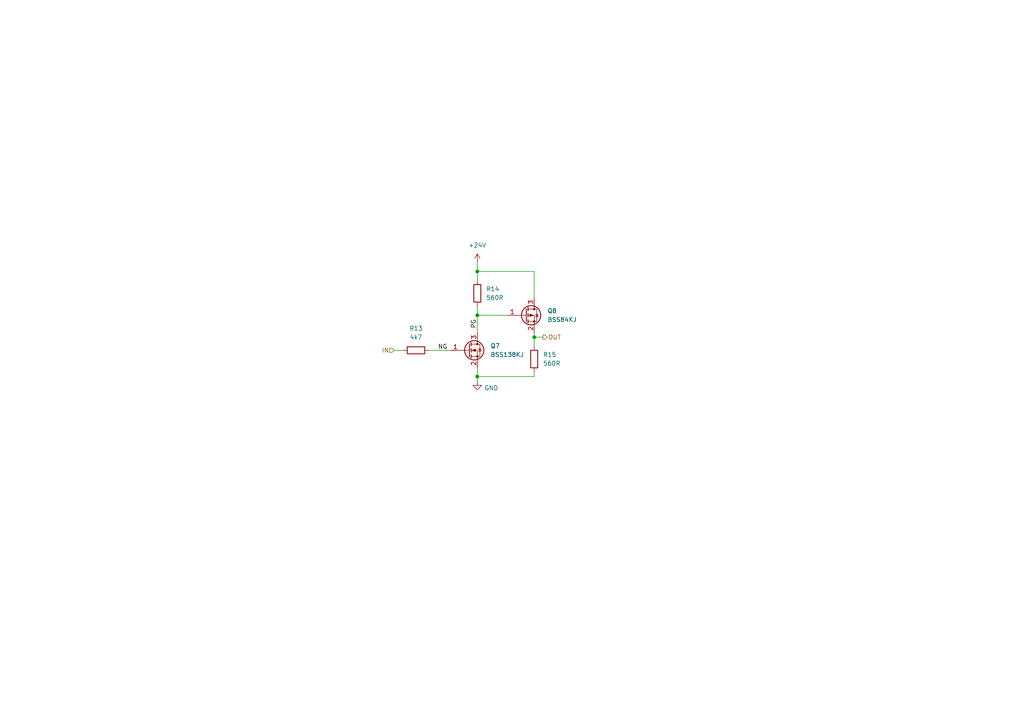
<source format=kicad_sch>
(kicad_sch (version 20231120) (generator "eeschema") (generator_version "8.0")
  (paper "A4")
  (title_block (title "Karcsi (INDACT Robot Arm) - 24V level shifter for sensors") (date "2024-05-19") (rev "1.1") (company "LEGO Kör (legokor.hu)") (comment 1 "Designed by Máté Kovács, Panka Horváth, Gergely Halász") (comment 2 "Reviewed by Máté Kovács, Andi Serban, Péter Varga"))
  (lib_symbols
    (symbol "Device:R" (pin_numbers hide) (pin_names (offset 0))
      (property "Reference" "R" (at 2.032 0 90))
      (property "Value" "R" (at 0 0 90))
      (symbol "R_0_1"
        (rectangle (start -1.016 -2.54) (end 1.016 2.54) (stroke (width 0.254)))
      )
      (symbol "R_1_1"
        (pin passive line (at 0 3.81 270) (length 1.27) (name "~") (number "1"))
        (pin passive line (at 0 -3.81 90) (length 1.27) (name "~") (number "2"))
      )
    )
    (symbol "Transistor_FET:BSS138" (pin_names hide)
      (property "Reference" "Q" (at 5.08 1.905 0))
      (property "Value" "BSS138" (at 5.08 0 0))
      (symbol "BSS138_0_1"
        (polyline (pts (xy 0.254 0) (xy -2.54 0)))
        (polyline (pts (xy 0.254 1.905) (xy 0.254 -1.905)) (stroke (width 0.254)))
        (polyline (pts (xy 0.762 -1.27) (xy 0.762 -2.286)) (stroke (width 0.254)))
        (polyline (pts (xy 0.762 0.508) (xy 0.762 -0.508)) (stroke (width 0.254)))
        (polyline (pts (xy 0.762 2.286) (xy 0.762 1.27)) (stroke (width 0.254)))
        (polyline (pts (xy 2.54 2.54) (xy 2.54 1.778)))
        (polyline (pts (xy 2.54 -2.54) (xy 2.54 0) (xy 0.762 0)))
        (polyline (pts (xy 0.762 -1.778) (xy 3.302 -1.778) (xy 3.302 1.778) (xy 0.762 1.778)))
        (polyline (pts (xy 1.016 0) (xy 2.032 0.381) (xy 2.032 -0.381) (xy 1.016 0)) (fill (type outline)))
        (polyline (pts (xy 2.794 0.508) (xy 2.921 0.381) (xy 3.683 0.381) (xy 3.81 0.254)))
        (polyline (pts (xy 3.302 0.381) (xy 2.921 -0.254) (xy 3.683 -0.254) (xy 3.302 0.381)))
        (circle (center 1.651 0) (radius 2.794) (stroke (width 0.254)))
        (circle (center 2.54 -1.778) (radius 0.254) (fill (type outline)))
        (circle (center 2.54 1.778) (radius 0.254) (fill (type outline)))
      )
      (symbol "BSS138_1_1"
        (pin input line (at -5.08 0 0) (length 2.54) (name "G") (number "1"))
        (pin passive line (at 2.54 -5.08 90) (length 2.54) (name "S") (number "2"))
        (pin passive line (at 2.54 5.08 270) (length 2.54) (name "D") (number "3"))
      )
    )
    (symbol "Transistor_FET:BSS84" (pin_names hide)
      (property "Reference" "Q" (at 5.08 1.905 0))
      (property "Value" "BSS84" (at 5.08 0 0))
      (symbol "BSS84_0_1"
        (polyline (pts (xy 0.254 0) (xy -2.54 0)))
        (polyline (pts (xy 0.254 1.905) (xy 0.254 -1.905)) (stroke (width 0.254)))
        (polyline (pts (xy 0.762 -1.27) (xy 0.762 -2.286)) (stroke (width 0.254)))
        (polyline (pts (xy 0.762 0.508) (xy 0.762 -0.508)) (stroke (width 0.254)))
        (polyline (pts (xy 0.762 2.286) (xy 0.762 1.27)) (stroke (width 0.254)))
        (polyline (pts (xy 2.54 2.54) (xy 2.54 1.778)))
        (polyline (pts (xy 2.54 -2.54) (xy 2.54 0) (xy 0.762 0)))
        (polyline (pts (xy 0.762 1.778) (xy 3.302 1.778) (xy 3.302 -1.778) (xy 0.762 -1.778)))
        (polyline (pts (xy 2.286 0) (xy 1.27 0.381) (xy 1.27 -0.381) (xy 2.286 0)) (fill (type outline)))
        (polyline (pts (xy 2.794 -0.508) (xy 2.921 -0.381) (xy 3.683 -0.381) (xy 3.81 -0.254)))
        (polyline (pts (xy 3.302 -0.381) (xy 2.921 0.254) (xy 3.683 0.254) (xy 3.302 -0.381)))
        (circle (center 1.651 0) (radius 2.794) (stroke (width 0.254)))
        (circle (center 2.54 -1.778) (radius 0.254) (fill (type outline)))
        (circle (center 2.54 1.778) (radius 0.254) (fill (type outline)))
      )
      (symbol "BSS84_1_1"
        (pin input line (at -5.08 0 0) (length 2.54) (name "G") (number "1"))
        (pin passive line (at 2.54 -5.08 90) (length 2.54) (name "S") (number "2"))
        (pin passive line (at 2.54 5.08 270) (length 2.54) (name "D") (number "3"))
      )
    )
    (symbol "power:+24V" (power) (pin_numbers hide) (pin_names (offset 0) hide)
      (property "Value" "+24V" (at 0 3.556 0))
      (symbol "+24V_0_1"
        (polyline (pts (xy -0.762 1.27) (xy 0 2.54)))
        (polyline (pts (xy 0 0) (xy 0 2.54)))
        (polyline (pts (xy 0 2.54) (xy 0.762 1.27)))
      )
      (symbol "+24V_1_1"
        (pin power_in line (at 0 0 90) (length 0) (name "~") (number "1"))
      )
    )
    (symbol "power:GND" (power) (pin_numbers hide) (pin_names (offset 0) hide)
      (property "Value" "GND" (at 0 -3.81 0))
      (symbol "GND_0_1"
        (polyline (pts (xy 0 0) (xy 0 -1.27) (xy 1.27 -1.27) (xy 0 -2.54) (xy -1.27 -1.27) (xy 0 -1.27)))
      )
      (symbol "GND_1_1"
        (pin power_in line (at 0 0 270) (length 0) (name "~") (number "1"))
      )
    )
  )
  (junction (at 138.43 109.22))
  (junction (at 138.43 91.44))
  (junction (at 154.94 97.79))
  (junction (at 138.43 78.74))
  (wire (pts (xy 154.94 97.79) (xy 157.48 97.79)))
  (wire (pts (xy 138.43 88.9) (xy 138.43 91.44)))
  (wire (pts (xy 154.94 109.22) (xy 138.43 109.22)))
  (wire (pts (xy 138.43 106.68) (xy 138.43 109.22)))
  (wire (pts (xy 138.43 76.2) (xy 138.43 78.74)))
  (wire (pts (xy 154.94 97.79) (xy 154.94 100.33)))
  (wire (pts (xy 124.46 101.6) (xy 130.81 101.6)))
  (wire (pts (xy 154.94 96.52) (xy 154.94 97.79)))
  (wire (pts (xy 114.3 101.6) (xy 116.84 101.6)))
  (wire (pts (xy 138.43 78.74) (xy 154.94 78.74)))
  (wire (pts (xy 138.43 91.44) (xy 138.43 96.52)))
  (wire (pts (xy 154.94 78.74) (xy 154.94 86.36)))
  (wire (pts (xy 154.94 107.95) (xy 154.94 109.22)))
  (wire (pts (xy 138.43 78.74) (xy 138.43 81.28)))
  (wire (pts (xy 138.43 91.44) (xy 147.32 91.44)))
  (wire (pts (xy 138.43 109.22) (xy 138.43 110.49)))
  (label "PG" (at 138.43 95.25 90))
  (label "NG" (at 127 101.6 0))
  (hierarchical_label "OUT" (shape output) (at 157.48 97.79 0))
  (hierarchical_label "IN" (shape input) (at 114.3 101.6 180))
  (symbol (lib_id "Device:R") (at 120.65 101.6 90) (unit 1)
    (property "Reference" "R13" (at 120.65 95.25 90))
    (property "Value" "4k7" (at 120.65 97.79 90))
    (property "Footprint" "Resistor_SMD:R_0805_2012Metric_Pad1.20x1.40mm_HandSolder" (effects (hide yes)))
    (property "Description" "Resistor" (effects (hide yes)))
    (property "Supplier" "Lomex" (effects (hide yes)))
    (property "Supplier item no" "81-10-95" (effects (hide yes)))
    (property "Sourced" "1" (effects (hide yes)))
    (instances (project "Aux_board_2" (path "" (reference "R13") (unit 1)) (path "" (reference "R16") (unit 1)) (path "" (reference "R19") (unit 1)) (path "" (reference "R22") (unit 1)) (path "" (reference "R10") (unit 1)) (path "" (reference "R4") (unit 1)) (path "" (reference "R7") (unit 1))))
  )
  (symbol (lib_id "power:GND") (at 138.43 110.49 0) (unit 1)
    (property "Reference" "#PWR025" (effects (hide yes)))
    (property "Value" "GND" (at 142.494 112.522 0))
    (property "Description" "Power symbol creates a global label with name \"GND\" , ground" (effects (hide yes)))
    (instances (project "Aux_board_2" (path "" (reference "#PWR025") (unit 1)) (path "" (reference "#PWR027") (unit 1)) (path "" (reference "#PWR029") (unit 1)) (path "" (reference "#PWR031") (unit 1)) (path "" (reference "#PWR0102") (unit 1)) (path "" (reference "#PWR019") (unit 1)) (path "" (reference "#PWR021") (unit 1))))
  )
  (symbol (lib_id "Device:R") (at 138.43 85.09 0) (unit 1)
    (property "Reference" "R14" (at 140.97 83.8199 0) (effects (justify left)))
    (property "Value" "560R" (at 140.97 86.3599 0) (effects (justify left)))
    (property "Footprint" "Resistor_SMD:R_0805_2012Metric_Pad1.20x1.40mm_HandSolder" (effects (hide yes)))
    (property "Description" "Resistor" (effects (hide yes)))
    (property "Supplier" "Lomex" (effects (hide yes)))
    (property "Supplier item no" "81-10-84" (effects (hide yes)))
    (property "Sourced" "1" (effects (hide yes)))
    (instances (project "Aux_board_2" (path "" (reference "R14") (unit 1)) (path "" (reference "R17") (unit 1)) (path "" (reference "R20") (unit 1)) (path "" (reference "R23") (unit 1)) (path "" (reference "R11") (unit 1)) (path "" (reference "R5") (unit 1)) (path "" (reference "R8") (unit 1))))
  )
  (symbol (lib_id "Transistor_FET:BSS84") (at 152.4 91.44 0) (unit 1)
    (property "Reference" "Q8" (at 158.75 90.1699 0) (effects (justify left)))
    (property "Value" "BSS84KJ" (at 158.75 92.7099 0) (effects (justify left)))
    (property "Footprint" "Package_TO_SOT_SMD:SOT-23" (effects (hide yes)))
    (property "Datasheet" "https://lomex.hu/pdf/yet/(yet)_bss84kj.pdf" (effects (hide yes)))
    (property "Description" "-0.13A Id, -50V Vds, P-Channel MOSFET, SOT-23" (effects (hide yes)))
    (property "Sourced" "0" (effects (hide yes)))
    (property "Supplier" "Lomex" (effects (hide yes)))
    (property "Supplier URL" "https://lomex.hu/hu/webshop/#page,0/search,86-07-17/stype,1" (effects (hide yes)))
    (property "Supplier item no" "86-07-17" (effects (hide yes)))
    (instances (project "Aux_board_2" (path "" (reference "Q8") (unit 1)) (path "" (reference "Q10") (unit 1)) (path "" (reference "Q12") (unit 1)) (path "" (reference "Q14") (unit 1)) (path "" (reference "Q6") (unit 1)) (path "" (reference "Q2") (unit 1)) (path "" (reference "Q4") (unit 1))))
  )
  (symbol (lib_id "Device:R") (at 154.94 104.14 0) (unit 1)
    (property "Reference" "R15" (at 157.48 102.8699 0) (effects (justify left)))
    (property "Value" "560R" (at 157.48 105.4099 0) (effects (justify left)))
    (property "Footprint" "Resistor_SMD:R_0805_2012Metric_Pad1.20x1.40mm_HandSolder" (effects (hide yes)))
    (property "Description" "Resistor" (effects (hide yes)))
    (property "Supplier" "Lomex" (effects (hide yes)))
    (property "Supplier item no" "81-10-84" (effects (hide yes)))
    (property "Sourced" "1" (effects (hide yes)))
    (instances (project "Aux_board_2" (path "" (reference "R15") (unit 1)) (path "" (reference "R18") (unit 1)) (path "" (reference "R21") (unit 1)) (path "" (reference "R24") (unit 1)) (path "" (reference "R12") (unit 1)) (path "" (reference "R6") (unit 1)) (path "" (reference "R9") (unit 1))))
  )
  (symbol (lib_id "Transistor_FET:BSS138") (at 135.89 101.6 0) (unit 1)
    (property "Reference" "Q7" (at 142.24 100.3299 0) (effects (justify left)))
    (property "Value" "BSS138KJ" (at 142.24 102.8699 0) (effects (justify left)))
    (property "Footprint" "Package_TO_SOT_SMD:SOT-23" (effects (hide yes)))
    (property "Datasheet" "https://lomex.hu/pdf/yet/(yet)_bss138kj.pdf" (effects (hide yes)))
    (property "Description" "50V Vds, 0.22A Id, N-Channel MOSFET, SOT-23" (effects (hide yes)))
    (property "Supplier" "Lomex" (effects (hide yes)))
    (property "Supplier URL" "https://lomex.hu/hu/webshop/#page,0/search,86-07-11/stype,1" (effects (hide yes)))
    (property "Supplier item no" "86-07-11" (effects (hide yes)))
    (property "Sourced" "1" (effects (hide yes)))
    (instances (project "Aux_board_2" (path "" (reference "Q7") (unit 1)) (path "" (reference "Q9") (unit 1)) (path "" (reference "Q11") (unit 1)) (path "" (reference "Q13") (unit 1)) (path "" (reference "Q5") (unit 1)) (path "" (reference "Q1") (unit 1)) (path "" (reference "Q3") (unit 1))))
  )
  (symbol (lib_id "power:+24V") (at 138.43 76.2 0) (unit 1)
    (property "Reference" "#PWR024" (effects (hide yes)))
    (property "Value" "+24V" (at 138.43 71.12 0))
    (property "Description" "Power symbol creates a global label with name \"+24V\"" (effects (hide yes)))
    (instances (project "Aux_board_2" (path "" (reference "#PWR024") (unit 1)) (path "" (reference "#PWR026") (unit 1)) (path "" (reference "#PWR028") (unit 1)) (path "" (reference "#PWR030") (unit 1)) (path "" (reference "#PWR0101") (unit 1)) (path "" (reference "#PWR018") (unit 1)) (path "" (reference "#PWR020") (unit 1))))
  )
)
</source>
